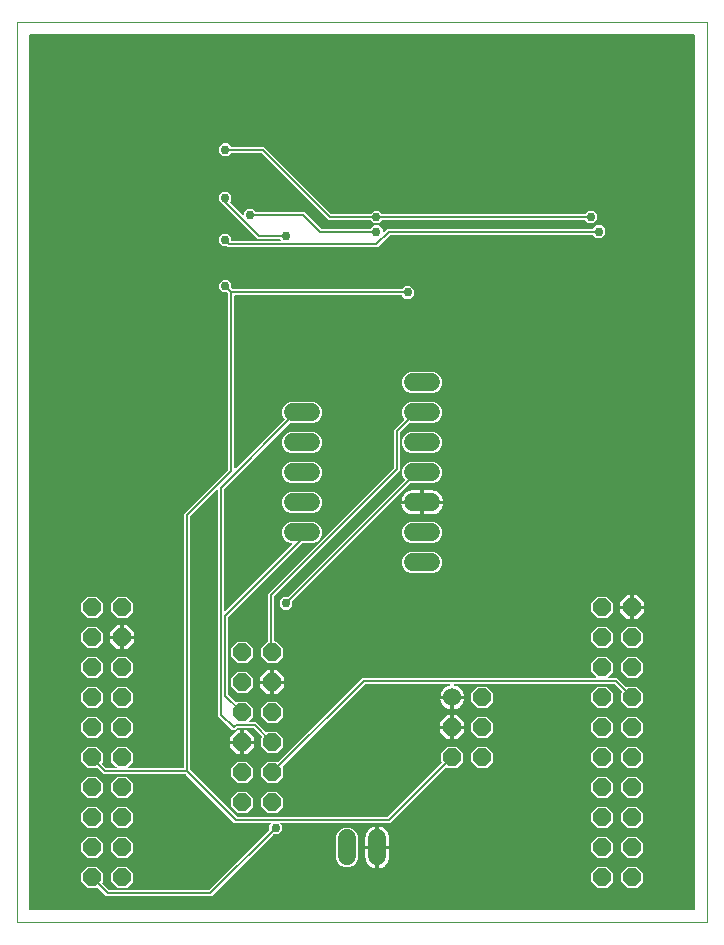
<source format=gbl>
G04 EAGLE Gerber RS-274X export*
G75*
%MOMM*%
%FSLAX34Y34*%
%LPD*%
%INBottom layer*%
%IPPOS*%
%AMOC8*
5,1,8,0,0,1.08239X$1,22.5*%
G01*
%ADD10C,0.000000*%
%ADD11P,1.649562X8X112.500000*%
%ADD12C,1.524000*%
%ADD13P,1.649562X8X292.500000*%
%ADD14C,1.524000*%
%ADD15C,0.203200*%
%ADD16C,0.756400*%

G36*
X573298Y10164D02*
X573298Y10164D01*
X573317Y10162D01*
X573419Y10184D01*
X573521Y10200D01*
X573538Y10210D01*
X573558Y10214D01*
X573647Y10267D01*
X573738Y10316D01*
X573752Y10330D01*
X573769Y10340D01*
X573836Y10419D01*
X573908Y10494D01*
X573916Y10512D01*
X573929Y10527D01*
X573968Y10623D01*
X574011Y10717D01*
X574013Y10737D01*
X574021Y10755D01*
X574039Y10922D01*
X574039Y751078D01*
X574036Y751098D01*
X574038Y751117D01*
X574016Y751219D01*
X574000Y751321D01*
X573990Y751338D01*
X573986Y751358D01*
X573933Y751447D01*
X573884Y751538D01*
X573870Y751552D01*
X573860Y751569D01*
X573781Y751636D01*
X573706Y751708D01*
X573688Y751716D01*
X573673Y751729D01*
X573577Y751768D01*
X573483Y751811D01*
X573463Y751813D01*
X573445Y751821D01*
X573278Y751839D01*
X10922Y751839D01*
X10902Y751836D01*
X10883Y751838D01*
X10781Y751816D01*
X10679Y751800D01*
X10662Y751790D01*
X10642Y751786D01*
X10553Y751733D01*
X10462Y751684D01*
X10448Y751670D01*
X10431Y751660D01*
X10364Y751581D01*
X10292Y751506D01*
X10284Y751488D01*
X10271Y751473D01*
X10232Y751377D01*
X10189Y751283D01*
X10187Y751263D01*
X10179Y751245D01*
X10161Y751078D01*
X10161Y10922D01*
X10164Y10902D01*
X10162Y10883D01*
X10184Y10781D01*
X10200Y10679D01*
X10210Y10662D01*
X10214Y10642D01*
X10267Y10553D01*
X10316Y10462D01*
X10330Y10448D01*
X10340Y10431D01*
X10419Y10364D01*
X10494Y10292D01*
X10512Y10284D01*
X10527Y10271D01*
X10623Y10232D01*
X10717Y10189D01*
X10737Y10187D01*
X10755Y10179D01*
X10922Y10161D01*
X573278Y10161D01*
X573298Y10164D01*
G37*
%LPC*%
G36*
X75402Y22351D02*
X75402Y22351D01*
X73690Y24063D01*
X68581Y29172D01*
X68565Y29183D01*
X68552Y29199D01*
X68465Y29255D01*
X68381Y29315D01*
X68362Y29321D01*
X68345Y29332D01*
X68245Y29357D01*
X68146Y29388D01*
X68126Y29387D01*
X68107Y29392D01*
X68004Y29384D01*
X67900Y29381D01*
X67882Y29375D01*
X67862Y29373D01*
X67767Y29333D01*
X67669Y29297D01*
X67654Y29284D01*
X67635Y29277D01*
X67504Y29172D01*
X67288Y28955D01*
X59712Y28955D01*
X54355Y34312D01*
X54355Y41888D01*
X59712Y47245D01*
X67288Y47245D01*
X72645Y41888D01*
X72645Y34312D01*
X72174Y33842D01*
X72163Y33825D01*
X72147Y33813D01*
X72091Y33726D01*
X72031Y33642D01*
X72025Y33623D01*
X72014Y33606D01*
X71989Y33505D01*
X71958Y33407D01*
X71959Y33387D01*
X71954Y33367D01*
X71962Y33265D01*
X71965Y33161D01*
X71971Y33142D01*
X71973Y33122D01*
X72013Y33028D01*
X72049Y32930D01*
X72062Y32914D01*
X72069Y32896D01*
X72174Y32765D01*
X77283Y27656D01*
X77357Y27603D01*
X77427Y27543D01*
X77457Y27531D01*
X77483Y27512D01*
X77570Y27485D01*
X77655Y27451D01*
X77696Y27447D01*
X77718Y27440D01*
X77750Y27441D01*
X77822Y27433D01*
X162208Y27433D01*
X162298Y27447D01*
X162389Y27455D01*
X162419Y27467D01*
X162451Y27472D01*
X162532Y27515D01*
X162616Y27551D01*
X162648Y27577D01*
X162668Y27588D01*
X162691Y27611D01*
X162747Y27656D01*
X213164Y78073D01*
X213217Y78147D01*
X213277Y78217D01*
X213289Y78247D01*
X213308Y78273D01*
X213335Y78360D01*
X213369Y78445D01*
X213373Y78486D01*
X213380Y78508D01*
X213379Y78540D01*
X213387Y78612D01*
X213387Y82208D01*
X214461Y83282D01*
X214503Y83340D01*
X214552Y83392D01*
X214574Y83439D01*
X214604Y83481D01*
X214626Y83550D01*
X214656Y83615D01*
X214661Y83667D01*
X214677Y83717D01*
X214675Y83788D01*
X214683Y83859D01*
X214672Y83910D01*
X214670Y83962D01*
X214646Y84030D01*
X214631Y84100D01*
X214604Y84145D01*
X214586Y84193D01*
X214541Y84249D01*
X214504Y84311D01*
X214465Y84345D01*
X214432Y84385D01*
X214372Y84424D01*
X214317Y84471D01*
X214269Y84490D01*
X214225Y84518D01*
X214156Y84536D01*
X214089Y84563D01*
X214018Y84571D01*
X213987Y84579D01*
X213964Y84577D01*
X213923Y84581D01*
X183860Y84581D01*
X182148Y86293D01*
X143189Y125252D01*
X143115Y125305D01*
X143045Y125365D01*
X143015Y125377D01*
X142989Y125396D01*
X142902Y125423D01*
X142817Y125457D01*
X142776Y125461D01*
X142754Y125468D01*
X142722Y125467D01*
X142650Y125475D01*
X73624Y125475D01*
X71912Y127187D01*
X68454Y130645D01*
X68438Y130656D01*
X68425Y130672D01*
X68338Y130728D01*
X68254Y130788D01*
X68235Y130794D01*
X68218Y130805D01*
X68118Y130830D01*
X68019Y130861D01*
X67999Y130860D01*
X67980Y130865D01*
X67877Y130857D01*
X67773Y130854D01*
X67755Y130848D01*
X67735Y130846D01*
X67640Y130806D01*
X67542Y130770D01*
X67527Y130757D01*
X67508Y130750D01*
X67377Y130645D01*
X67288Y130555D01*
X59712Y130555D01*
X54355Y135912D01*
X54355Y143488D01*
X59712Y148845D01*
X67288Y148845D01*
X72645Y143488D01*
X72645Y135912D01*
X72047Y135315D01*
X72036Y135298D01*
X72020Y135286D01*
X71964Y135199D01*
X71904Y135115D01*
X71898Y135096D01*
X71887Y135079D01*
X71862Y134978D01*
X71831Y134880D01*
X71832Y134860D01*
X71827Y134840D01*
X71835Y134738D01*
X71838Y134634D01*
X71844Y134615D01*
X71846Y134595D01*
X71886Y134500D01*
X71922Y134403D01*
X71935Y134387D01*
X71942Y134369D01*
X72047Y134238D01*
X75505Y130780D01*
X75579Y130727D01*
X75649Y130667D01*
X75679Y130655D01*
X75705Y130636D01*
X75792Y130609D01*
X75877Y130575D01*
X75918Y130571D01*
X75940Y130564D01*
X75972Y130565D01*
X76044Y130557D01*
X83273Y130557D01*
X83344Y130568D01*
X83415Y130570D01*
X83464Y130588D01*
X83516Y130596D01*
X83579Y130630D01*
X83646Y130655D01*
X83687Y130687D01*
X83733Y130712D01*
X83782Y130764D01*
X83838Y130808D01*
X83867Y130852D01*
X83902Y130890D01*
X83933Y130955D01*
X83971Y131015D01*
X83984Y131066D01*
X84006Y131113D01*
X84014Y131184D01*
X84031Y131254D01*
X84027Y131306D01*
X84033Y131357D01*
X84018Y131428D01*
X84012Y131499D01*
X83992Y131547D01*
X83981Y131598D01*
X83944Y131659D01*
X83916Y131725D01*
X83871Y131781D01*
X83855Y131809D01*
X83837Y131824D01*
X83811Y131856D01*
X79755Y135912D01*
X79755Y143488D01*
X85112Y148845D01*
X92688Y148845D01*
X98045Y143488D01*
X98045Y135912D01*
X93989Y131856D01*
X93947Y131798D01*
X93898Y131746D01*
X93876Y131699D01*
X93845Y131657D01*
X93824Y131588D01*
X93794Y131523D01*
X93788Y131471D01*
X93773Y131421D01*
X93775Y131350D01*
X93767Y131279D01*
X93778Y131228D01*
X93779Y131176D01*
X93804Y131108D01*
X93819Y131038D01*
X93846Y130993D01*
X93864Y130945D01*
X93909Y130889D01*
X93945Y130827D01*
X93985Y130793D01*
X94017Y130753D01*
X94078Y130714D01*
X94132Y130667D01*
X94181Y130648D01*
X94224Y130620D01*
X94294Y130602D01*
X94360Y130575D01*
X94432Y130567D01*
X94463Y130559D01*
X94486Y130561D01*
X94527Y130557D01*
X140716Y130557D01*
X140736Y130560D01*
X140755Y130558D01*
X140857Y130580D01*
X140959Y130596D01*
X140976Y130606D01*
X140996Y130610D01*
X141085Y130663D01*
X141176Y130712D01*
X141190Y130726D01*
X141207Y130736D01*
X141274Y130815D01*
X141346Y130890D01*
X141354Y130908D01*
X141367Y130923D01*
X141406Y131019D01*
X141449Y131113D01*
X141451Y131133D01*
X141459Y131151D01*
X141477Y131318D01*
X141477Y345984D01*
X178592Y383099D01*
X178645Y383173D01*
X178705Y383243D01*
X178717Y383273D01*
X178736Y383299D01*
X178763Y383386D01*
X178797Y383471D01*
X178801Y383512D01*
X178808Y383534D01*
X178807Y383566D01*
X178815Y383638D01*
X178815Y532032D01*
X178801Y532122D01*
X178793Y532213D01*
X178781Y532243D01*
X178776Y532275D01*
X178733Y532356D01*
X178697Y532440D01*
X178671Y532472D01*
X178660Y532492D01*
X178637Y532515D01*
X178592Y532571D01*
X177959Y533204D01*
X177885Y533257D01*
X177815Y533317D01*
X177785Y533329D01*
X177759Y533348D01*
X177672Y533375D01*
X177587Y533409D01*
X177546Y533413D01*
X177524Y533420D01*
X177492Y533419D01*
X177420Y533427D01*
X173824Y533427D01*
X170715Y536536D01*
X170715Y540932D01*
X173824Y544041D01*
X178220Y544041D01*
X181329Y540932D01*
X181329Y537336D01*
X181343Y537246D01*
X181351Y537155D01*
X181363Y537125D01*
X181368Y537093D01*
X181411Y537012D01*
X181447Y536928D01*
X181473Y536896D01*
X181484Y536876D01*
X181507Y536853D01*
X181552Y536797D01*
X182185Y536164D01*
X182259Y536111D01*
X182329Y536051D01*
X182359Y536039D01*
X182385Y536020D01*
X182472Y535993D01*
X182557Y535959D01*
X182598Y535955D01*
X182620Y535948D01*
X182652Y535949D01*
X182724Y535941D01*
X325429Y535941D01*
X325519Y535955D01*
X325610Y535963D01*
X325639Y535975D01*
X325671Y535980D01*
X325752Y536023D01*
X325836Y536059D01*
X325868Y536085D01*
X325889Y536096D01*
X325911Y536119D01*
X325967Y536164D01*
X328510Y538707D01*
X332906Y538707D01*
X336015Y535598D01*
X336015Y531202D01*
X332906Y528093D01*
X328510Y528093D01*
X325967Y530636D01*
X325893Y530689D01*
X325823Y530749D01*
X325793Y530761D01*
X325767Y530780D01*
X325680Y530807D01*
X325595Y530841D01*
X325554Y530845D01*
X325532Y530852D01*
X325500Y530851D01*
X325429Y530859D01*
X184658Y530859D01*
X184638Y530856D01*
X184619Y530858D01*
X184517Y530836D01*
X184415Y530820D01*
X184398Y530810D01*
X184378Y530806D01*
X184289Y530753D01*
X184198Y530704D01*
X184184Y530690D01*
X184167Y530680D01*
X184100Y530601D01*
X184028Y530526D01*
X184020Y530508D01*
X184007Y530493D01*
X183968Y530397D01*
X183925Y530303D01*
X183923Y530283D01*
X183915Y530265D01*
X183897Y530098D01*
X183897Y384908D01*
X183908Y384837D01*
X183910Y384765D01*
X183928Y384716D01*
X183936Y384665D01*
X183970Y384602D01*
X183995Y384534D01*
X184027Y384493D01*
X184052Y384448D01*
X184103Y384398D01*
X184148Y384342D01*
X184192Y384314D01*
X184230Y384278D01*
X184295Y384248D01*
X184355Y384209D01*
X184406Y384196D01*
X184453Y384175D01*
X184524Y384167D01*
X184594Y384149D01*
X184646Y384153D01*
X184697Y384147D01*
X184768Y384163D01*
X184839Y384168D01*
X184887Y384189D01*
X184938Y384200D01*
X184999Y384237D01*
X185065Y384265D01*
X185121Y384309D01*
X185149Y384326D01*
X185164Y384344D01*
X185196Y384369D01*
X226149Y425322D01*
X226160Y425338D01*
X226176Y425351D01*
X226232Y425438D01*
X226292Y425522D01*
X226298Y425541D01*
X226309Y425558D01*
X226334Y425658D01*
X226365Y425757D01*
X226364Y425777D01*
X226369Y425796D01*
X226361Y425899D01*
X226358Y426003D01*
X226352Y426021D01*
X226350Y426041D01*
X226310Y426136D01*
X226274Y426234D01*
X226261Y426249D01*
X226254Y426268D01*
X226149Y426399D01*
X225927Y426620D01*
X224535Y429981D01*
X224535Y433619D01*
X225927Y436980D01*
X228500Y439553D01*
X231861Y440945D01*
X250739Y440945D01*
X254100Y439553D01*
X256673Y436980D01*
X258065Y433619D01*
X258065Y429981D01*
X256673Y426620D01*
X254100Y424047D01*
X250739Y422655D01*
X231861Y422655D01*
X231488Y422810D01*
X231374Y422837D01*
X231261Y422865D01*
X231254Y422865D01*
X231248Y422866D01*
X231132Y422855D01*
X231015Y422846D01*
X231010Y422844D01*
X231003Y422843D01*
X230896Y422795D01*
X230789Y422750D01*
X230783Y422745D01*
X230779Y422743D01*
X230765Y422730D01*
X230658Y422645D01*
X175230Y367217D01*
X175177Y367143D01*
X175117Y367073D01*
X175105Y367043D01*
X175086Y367017D01*
X175059Y366930D01*
X175025Y366845D01*
X175021Y366804D01*
X175014Y366782D01*
X175015Y366750D01*
X175007Y366678D01*
X175007Y264004D01*
X175018Y263933D01*
X175020Y263861D01*
X175038Y263812D01*
X175046Y263761D01*
X175080Y263698D01*
X175105Y263630D01*
X175137Y263589D01*
X175162Y263544D01*
X175213Y263494D01*
X175258Y263438D01*
X175302Y263410D01*
X175340Y263374D01*
X175405Y263344D01*
X175465Y263305D01*
X175516Y263292D01*
X175563Y263271D01*
X175634Y263263D01*
X175704Y263245D01*
X175756Y263249D01*
X175807Y263243D01*
X175878Y263259D01*
X175949Y263264D01*
X175997Y263285D01*
X176048Y263296D01*
X176109Y263333D01*
X176175Y263361D01*
X176231Y263405D01*
X176259Y263422D01*
X176274Y263440D01*
X176306Y263465D01*
X232597Y319756D01*
X232638Y319814D01*
X232688Y319866D01*
X232710Y319913D01*
X232740Y319955D01*
X232761Y320024D01*
X232791Y320089D01*
X232797Y320141D01*
X232813Y320191D01*
X232811Y320262D01*
X232819Y320333D01*
X232807Y320384D01*
X232806Y320436D01*
X232782Y320504D01*
X232766Y320574D01*
X232740Y320618D01*
X232722Y320667D01*
X232677Y320723D01*
X232640Y320785D01*
X232601Y320819D01*
X232568Y320859D01*
X232508Y320898D01*
X232453Y320945D01*
X232405Y320964D01*
X232361Y320992D01*
X232292Y321010D01*
X232225Y321037D01*
X232154Y321045D01*
X232123Y321053D01*
X232099Y321051D01*
X232058Y321055D01*
X231861Y321055D01*
X228500Y322447D01*
X225927Y325020D01*
X224535Y328381D01*
X224535Y332019D01*
X225927Y335380D01*
X228500Y337953D01*
X231861Y339345D01*
X250739Y339345D01*
X254100Y337953D01*
X256673Y335380D01*
X258065Y332019D01*
X258065Y328381D01*
X256673Y325020D01*
X254100Y322447D01*
X250739Y321055D01*
X241398Y321055D01*
X241308Y321041D01*
X241217Y321033D01*
X241187Y321021D01*
X241155Y321016D01*
X241074Y320973D01*
X240990Y320937D01*
X240958Y320911D01*
X240938Y320900D01*
X240915Y320877D01*
X240859Y320832D01*
X178786Y258759D01*
X178733Y258685D01*
X178673Y258615D01*
X178661Y258585D01*
X178642Y258559D01*
X178615Y258472D01*
X178581Y258387D01*
X178577Y258346D01*
X178570Y258324D01*
X178571Y258292D01*
X178563Y258220D01*
X178563Y193392D01*
X178577Y193302D01*
X178585Y193211D01*
X178597Y193181D01*
X178602Y193149D01*
X178645Y193068D01*
X178681Y192984D01*
X178707Y192952D01*
X178718Y192932D01*
X178741Y192909D01*
X178786Y192853D01*
X185165Y186474D01*
X185181Y186463D01*
X185194Y186447D01*
X185281Y186391D01*
X185365Y186331D01*
X185384Y186325D01*
X185401Y186314D01*
X185501Y186289D01*
X185600Y186258D01*
X185620Y186259D01*
X185639Y186254D01*
X185742Y186262D01*
X185846Y186265D01*
X185864Y186271D01*
X185884Y186273D01*
X185979Y186313D01*
X186077Y186349D01*
X186092Y186362D01*
X186111Y186369D01*
X186242Y186474D01*
X186712Y186945D01*
X194288Y186945D01*
X199645Y181588D01*
X199645Y174012D01*
X196605Y170972D01*
X196563Y170914D01*
X196514Y170862D01*
X196492Y170815D01*
X196461Y170773D01*
X196440Y170704D01*
X196410Y170639D01*
X196404Y170587D01*
X196389Y170537D01*
X196391Y170466D01*
X196383Y170395D01*
X196394Y170344D01*
X196395Y170292D01*
X196420Y170224D01*
X196435Y170154D01*
X196462Y170109D01*
X196480Y170061D01*
X196525Y170005D01*
X196561Y169943D01*
X196601Y169909D01*
X196633Y169869D01*
X196694Y169830D01*
X196748Y169783D01*
X196797Y169764D01*
X196840Y169736D01*
X196910Y169718D01*
X196976Y169691D01*
X197048Y169683D01*
X197079Y169675D01*
X197102Y169677D01*
X197143Y169673D01*
X201966Y169673D01*
X210565Y161074D01*
X210581Y161063D01*
X210594Y161047D01*
X210681Y160991D01*
X210765Y160931D01*
X210784Y160925D01*
X210801Y160914D01*
X210901Y160889D01*
X211000Y160858D01*
X211020Y160859D01*
X211039Y160854D01*
X211142Y160862D01*
X211246Y160865D01*
X211265Y160871D01*
X211284Y160873D01*
X211379Y160913D01*
X211477Y160949D01*
X211492Y160962D01*
X211511Y160969D01*
X211642Y161074D01*
X212112Y161545D01*
X219688Y161545D01*
X225045Y156188D01*
X225045Y148612D01*
X219688Y143255D01*
X212112Y143255D01*
X206755Y148612D01*
X206755Y156188D01*
X206972Y156404D01*
X206984Y156421D01*
X206999Y156433D01*
X207055Y156520D01*
X207115Y156604D01*
X207121Y156623D01*
X207132Y156640D01*
X207157Y156740D01*
X207188Y156839D01*
X207187Y156859D01*
X207192Y156878D01*
X207184Y156981D01*
X207181Y157085D01*
X207175Y157104D01*
X207173Y157124D01*
X207133Y157219D01*
X207097Y157316D01*
X207084Y157332D01*
X207077Y157350D01*
X206972Y157481D01*
X200085Y164368D01*
X200011Y164421D01*
X199941Y164481D01*
X199911Y164493D01*
X199885Y164512D01*
X199798Y164539D01*
X199713Y164573D01*
X199672Y164577D01*
X199650Y164584D01*
X199618Y164583D01*
X199546Y164591D01*
X186280Y164591D01*
X186190Y164577D01*
X186099Y164569D01*
X186069Y164557D01*
X186037Y164552D01*
X185956Y164509D01*
X185872Y164473D01*
X185840Y164447D01*
X185820Y164436D01*
X185797Y164413D01*
X185741Y164368D01*
X184186Y162813D01*
X182082Y162813D01*
X169925Y174970D01*
X169925Y365408D01*
X169914Y365479D01*
X169912Y365551D01*
X169894Y365600D01*
X169886Y365651D01*
X169852Y365714D01*
X169827Y365782D01*
X169795Y365822D01*
X169770Y365868D01*
X169718Y365918D01*
X169674Y365974D01*
X169630Y366002D01*
X169592Y366038D01*
X169527Y366068D01*
X169467Y366107D01*
X169416Y366120D01*
X169369Y366141D01*
X169298Y366149D01*
X169228Y366167D01*
X169176Y366163D01*
X169125Y366169D01*
X169054Y366153D01*
X168983Y366148D01*
X168935Y366127D01*
X168884Y366116D01*
X168823Y366079D01*
X168757Y366051D01*
X168701Y366007D01*
X168673Y365990D01*
X168658Y365972D01*
X168626Y365947D01*
X146782Y344103D01*
X146736Y344039D01*
X146714Y344016D01*
X146710Y344007D01*
X146669Y343959D01*
X146657Y343929D01*
X146638Y343903D01*
X146611Y343816D01*
X146577Y343731D01*
X146573Y343690D01*
X146566Y343668D01*
X146567Y343636D01*
X146559Y343564D01*
X146559Y129384D01*
X146573Y129294D01*
X146581Y129203D01*
X146593Y129173D01*
X146598Y129141D01*
X146641Y129060D01*
X146677Y128976D01*
X146703Y128944D01*
X146714Y128924D01*
X146737Y128901D01*
X146782Y128845D01*
X185741Y89886D01*
X185815Y89833D01*
X185885Y89773D01*
X185915Y89761D01*
X185941Y89742D01*
X186028Y89715D01*
X186113Y89681D01*
X186154Y89677D01*
X186176Y89670D01*
X186208Y89671D01*
X186280Y89663D01*
X313338Y89663D01*
X313428Y89677D01*
X313519Y89685D01*
X313549Y89697D01*
X313581Y89702D01*
X313662Y89745D01*
X313746Y89781D01*
X313778Y89807D01*
X313798Y89818D01*
X313821Y89841D01*
X313877Y89886D01*
X358991Y135000D01*
X359002Y135016D01*
X359018Y135029D01*
X359074Y135116D01*
X359134Y135200D01*
X359140Y135219D01*
X359151Y135236D01*
X359176Y135336D01*
X359207Y135435D01*
X359206Y135455D01*
X359211Y135474D01*
X359203Y135577D01*
X359200Y135681D01*
X359194Y135699D01*
X359192Y135719D01*
X359155Y135806D01*
X359155Y143488D01*
X364512Y148845D01*
X372088Y148845D01*
X377445Y143488D01*
X377445Y135912D01*
X372088Y130555D01*
X364512Y130555D01*
X363661Y131407D01*
X363644Y131418D01*
X363632Y131434D01*
X363545Y131490D01*
X363461Y131550D01*
X363442Y131556D01*
X363425Y131567D01*
X363324Y131592D01*
X363226Y131623D01*
X363206Y131622D01*
X363186Y131627D01*
X363084Y131619D01*
X362980Y131616D01*
X362961Y131610D01*
X362941Y131608D01*
X362847Y131568D01*
X362749Y131532D01*
X362733Y131519D01*
X362715Y131512D01*
X362584Y131407D01*
X315758Y84581D01*
X223465Y84581D01*
X223395Y84570D01*
X223323Y84568D01*
X223274Y84550D01*
X223223Y84542D01*
X223159Y84508D01*
X223092Y84483D01*
X223051Y84451D01*
X223005Y84426D01*
X222956Y84374D01*
X222900Y84330D01*
X222872Y84286D01*
X222836Y84248D01*
X222806Y84183D01*
X222767Y84123D01*
X222754Y84072D01*
X222732Y84025D01*
X222724Y83954D01*
X222707Y83884D01*
X222711Y83832D01*
X222705Y83781D01*
X222720Y83710D01*
X222726Y83639D01*
X222746Y83591D01*
X222757Y83540D01*
X222794Y83479D01*
X222822Y83413D01*
X222867Y83357D01*
X222884Y83329D01*
X222901Y83314D01*
X222927Y83282D01*
X224001Y82208D01*
X224001Y77812D01*
X220892Y74703D01*
X217296Y74703D01*
X217206Y74689D01*
X217115Y74681D01*
X217085Y74669D01*
X217053Y74664D01*
X216972Y74621D01*
X216888Y74585D01*
X216856Y74559D01*
X216836Y74548D01*
X216813Y74525D01*
X216757Y74480D01*
X164628Y22351D01*
X75402Y22351D01*
G37*
%LPD*%
%LPC*%
G36*
X178526Y571753D02*
X178526Y571753D01*
X177959Y572320D01*
X177885Y572373D01*
X177815Y572433D01*
X177785Y572445D01*
X177759Y572464D01*
X177672Y572491D01*
X177587Y572525D01*
X177546Y572529D01*
X177524Y572536D01*
X177492Y572535D01*
X177420Y572543D01*
X173824Y572543D01*
X170715Y575652D01*
X170715Y580048D01*
X173824Y583157D01*
X178220Y583157D01*
X181329Y580048D01*
X181329Y577596D01*
X181332Y577576D01*
X181330Y577557D01*
X181352Y577455D01*
X181368Y577353D01*
X181378Y577336D01*
X181382Y577316D01*
X181435Y577227D01*
X181484Y577136D01*
X181498Y577122D01*
X181508Y577105D01*
X181587Y577038D01*
X181662Y576966D01*
X181680Y576958D01*
X181695Y576945D01*
X181791Y576906D01*
X181885Y576863D01*
X181905Y576861D01*
X181923Y576853D01*
X182090Y576835D01*
X222813Y576835D01*
X222883Y576846D01*
X222955Y576848D01*
X223004Y576866D01*
X223055Y576874D01*
X223119Y576908D01*
X223186Y576933D01*
X223227Y576965D01*
X223273Y576990D01*
X223322Y577042D01*
X223378Y577086D01*
X223406Y577130D01*
X223442Y577168D01*
X223472Y577233D01*
X223511Y577293D01*
X223524Y577344D01*
X223546Y577391D01*
X223554Y577462D01*
X223571Y577532D01*
X223567Y577584D01*
X223573Y577635D01*
X223558Y577706D01*
X223552Y577777D01*
X223532Y577825D01*
X223521Y577876D01*
X223484Y577937D01*
X223456Y578003D01*
X223411Y578059D01*
X223394Y578087D01*
X223377Y578102D01*
X223351Y578134D01*
X222843Y578642D01*
X222769Y578696D01*
X222699Y578755D01*
X222669Y578767D01*
X222643Y578786D01*
X222556Y578813D01*
X222471Y578847D01*
X222430Y578851D01*
X222408Y578858D01*
X222376Y578857D01*
X222305Y578865D01*
X203418Y578865D01*
X174403Y607880D01*
X174329Y607933D01*
X174259Y607993D01*
X174229Y608005D01*
X174203Y608024D01*
X174116Y608051D01*
X174031Y608085D01*
X173990Y608089D01*
X173968Y608096D01*
X173936Y608095D01*
X173864Y608103D01*
X173824Y608103D01*
X170715Y611212D01*
X170715Y615608D01*
X173824Y618717D01*
X178220Y618717D01*
X181329Y615608D01*
X181329Y611212D01*
X180331Y610214D01*
X180320Y610198D01*
X180304Y610186D01*
X180248Y610099D01*
X180188Y610015D01*
X180182Y609996D01*
X180171Y609979D01*
X180146Y609878D01*
X180115Y609780D01*
X180116Y609760D01*
X180111Y609740D01*
X180119Y609637D01*
X180122Y609534D01*
X180129Y609515D01*
X180130Y609495D01*
X180171Y609400D01*
X180206Y609303D01*
X180219Y609287D01*
X180226Y609269D01*
X180331Y609138D01*
X190752Y598717D01*
X190810Y598676D01*
X190862Y598626D01*
X190909Y598604D01*
X190951Y598574D01*
X191020Y598553D01*
X191085Y598523D01*
X191137Y598517D01*
X191187Y598501D01*
X191258Y598503D01*
X191329Y598495D01*
X191380Y598507D01*
X191432Y598508D01*
X191500Y598532D01*
X191570Y598548D01*
X191614Y598574D01*
X191663Y598592D01*
X191719Y598637D01*
X191781Y598674D01*
X191815Y598713D01*
X191855Y598746D01*
X191894Y598806D01*
X191941Y598861D01*
X191960Y598909D01*
X191988Y598953D01*
X192006Y599022D01*
X192033Y599089D01*
X192041Y599160D01*
X192049Y599191D01*
X192047Y599215D01*
X192051Y599256D01*
X192051Y601384D01*
X195160Y604493D01*
X199556Y604493D01*
X202099Y601950D01*
X202173Y601897D01*
X202243Y601837D01*
X202273Y601825D01*
X202299Y601806D01*
X202386Y601779D01*
X202471Y601745D01*
X202512Y601741D01*
X202534Y601734D01*
X202566Y601735D01*
X202637Y601727D01*
X242860Y601727D01*
X256861Y587726D01*
X256935Y587673D01*
X257005Y587613D01*
X257035Y587601D01*
X257061Y587582D01*
X257148Y587555D01*
X257233Y587521D01*
X257274Y587517D01*
X257296Y587510D01*
X257328Y587511D01*
X257400Y587503D01*
X298759Y587503D01*
X298849Y587517D01*
X298940Y587525D01*
X298969Y587537D01*
X299001Y587542D01*
X299082Y587585D01*
X299166Y587621D01*
X299198Y587647D01*
X299219Y587658D01*
X299241Y587681D01*
X299297Y587726D01*
X301840Y590269D01*
X306236Y590269D01*
X309345Y587160D01*
X309345Y585032D01*
X309356Y584961D01*
X309358Y584889D01*
X309376Y584840D01*
X309384Y584789D01*
X309418Y584726D01*
X309443Y584658D01*
X309475Y584618D01*
X309500Y584572D01*
X309552Y584522D01*
X309596Y584466D01*
X309640Y584438D01*
X309678Y584402D01*
X309743Y584372D01*
X309803Y584333D01*
X309854Y584320D01*
X309901Y584299D01*
X309972Y584291D01*
X310042Y584273D01*
X310094Y584277D01*
X310145Y584271D01*
X310216Y584287D01*
X310287Y584292D01*
X310335Y584313D01*
X310386Y584324D01*
X310447Y584361D01*
X310513Y584389D01*
X310569Y584433D01*
X310597Y584450D01*
X310612Y584468D01*
X310644Y584493D01*
X313654Y587503D01*
X487227Y587503D01*
X487317Y587517D01*
X487408Y587525D01*
X487437Y587537D01*
X487469Y587542D01*
X487550Y587585D01*
X487634Y587621D01*
X487666Y587647D01*
X487687Y587658D01*
X487709Y587681D01*
X487765Y587726D01*
X490308Y590269D01*
X494704Y590269D01*
X497813Y587160D01*
X497813Y582764D01*
X494704Y579655D01*
X490308Y579655D01*
X487765Y582198D01*
X487691Y582251D01*
X487621Y582311D01*
X487591Y582323D01*
X487565Y582342D01*
X487478Y582369D01*
X487393Y582403D01*
X487352Y582407D01*
X487330Y582414D01*
X487298Y582413D01*
X487227Y582421D01*
X316074Y582421D01*
X315984Y582407D01*
X315893Y582399D01*
X315863Y582387D01*
X315831Y582382D01*
X315750Y582339D01*
X315666Y582303D01*
X315634Y582277D01*
X315614Y582266D01*
X315591Y582243D01*
X315535Y582198D01*
X305090Y571753D01*
X178526Y571753D01*
G37*
%LPD*%
%LPC*%
G36*
X212112Y117855D02*
X212112Y117855D01*
X206755Y123212D01*
X206755Y130788D01*
X212112Y136145D01*
X219688Y136145D01*
X220031Y135801D01*
X220048Y135790D01*
X220060Y135774D01*
X220147Y135718D01*
X220231Y135658D01*
X220250Y135652D01*
X220267Y135641D01*
X220368Y135616D01*
X220466Y135585D01*
X220486Y135586D01*
X220506Y135581D01*
X220608Y135589D01*
X220712Y135592D01*
X220731Y135598D01*
X220751Y135600D01*
X220845Y135640D01*
X220943Y135676D01*
X220959Y135689D01*
X220977Y135696D01*
X221108Y135801D01*
X290606Y205299D01*
X292318Y207011D01*
X489419Y207011D01*
X489490Y207022D01*
X489561Y207024D01*
X489610Y207042D01*
X489662Y207050D01*
X489725Y207084D01*
X489792Y207109D01*
X489833Y207141D01*
X489879Y207166D01*
X489928Y207218D01*
X489984Y207262D01*
X490013Y207306D01*
X490048Y207344D01*
X490079Y207409D01*
X490117Y207469D01*
X490130Y207520D01*
X490152Y207567D01*
X490160Y207638D01*
X490177Y207708D01*
X490173Y207760D01*
X490179Y207811D01*
X490164Y207882D01*
X490158Y207953D01*
X490138Y208001D01*
X490127Y208052D01*
X490090Y208113D01*
X490062Y208179D01*
X490017Y208235D01*
X490001Y208263D01*
X489983Y208278D01*
X489957Y208310D01*
X486155Y212112D01*
X486155Y219688D01*
X491512Y225045D01*
X499088Y225045D01*
X504445Y219688D01*
X504445Y212112D01*
X500643Y208310D01*
X500601Y208252D01*
X500552Y208200D01*
X500530Y208153D01*
X500499Y208111D01*
X500478Y208042D01*
X500448Y207977D01*
X500442Y207925D01*
X500427Y207875D01*
X500429Y207804D01*
X500421Y207733D01*
X500432Y207682D01*
X500433Y207630D01*
X500458Y207562D01*
X500473Y207492D01*
X500500Y207447D01*
X500518Y207399D01*
X500563Y207343D01*
X500599Y207281D01*
X500639Y207247D01*
X500671Y207207D01*
X500732Y207168D01*
X500786Y207121D01*
X500835Y207102D01*
X500878Y207074D01*
X500948Y207056D01*
X501014Y207029D01*
X501086Y207021D01*
X501117Y207013D01*
X501140Y207015D01*
X501181Y207011D01*
X507782Y207011D01*
X515492Y199301D01*
X515508Y199290D01*
X515521Y199274D01*
X515608Y199218D01*
X515692Y199158D01*
X515711Y199152D01*
X515728Y199141D01*
X515828Y199116D01*
X515927Y199085D01*
X515947Y199086D01*
X515966Y199081D01*
X516069Y199089D01*
X516173Y199092D01*
X516191Y199098D01*
X516211Y199100D01*
X516306Y199140D01*
X516404Y199176D01*
X516419Y199189D01*
X516438Y199196D01*
X516569Y199301D01*
X516912Y199645D01*
X524488Y199645D01*
X529845Y194288D01*
X529845Y186712D01*
X524488Y181355D01*
X516912Y181355D01*
X511555Y186712D01*
X511555Y194288D01*
X511899Y194631D01*
X511910Y194648D01*
X511926Y194660D01*
X511957Y194708D01*
X511965Y194716D01*
X511972Y194731D01*
X511982Y194747D01*
X512042Y194831D01*
X512048Y194850D01*
X512059Y194867D01*
X512084Y194968D01*
X512115Y195066D01*
X512114Y195086D01*
X512119Y195106D01*
X512111Y195208D01*
X512108Y195312D01*
X512102Y195331D01*
X512100Y195351D01*
X512060Y195445D01*
X512024Y195543D01*
X512011Y195559D01*
X512004Y195577D01*
X511899Y195708D01*
X505901Y201706D01*
X505827Y201759D01*
X505757Y201819D01*
X505727Y201831D01*
X505701Y201850D01*
X505614Y201877D01*
X505529Y201911D01*
X505488Y201915D01*
X505466Y201922D01*
X505434Y201921D01*
X505362Y201929D01*
X370763Y201929D01*
X370700Y201919D01*
X370636Y201919D01*
X370579Y201899D01*
X370520Y201890D01*
X370464Y201860D01*
X370403Y201839D01*
X370356Y201802D01*
X370303Y201774D01*
X370259Y201728D01*
X370208Y201689D01*
X370175Y201639D01*
X370133Y201596D01*
X370106Y201538D01*
X370071Y201485D01*
X370055Y201427D01*
X370030Y201373D01*
X370023Y201309D01*
X370006Y201248D01*
X370009Y201188D01*
X370003Y201129D01*
X370016Y201066D01*
X370020Y201002D01*
X370042Y200947D01*
X370055Y200888D01*
X370088Y200833D01*
X370112Y200774D01*
X370150Y200728D01*
X370181Y200677D01*
X370230Y200636D01*
X370271Y200587D01*
X370323Y200556D01*
X370368Y200517D01*
X370427Y200493D01*
X370482Y200460D01*
X370566Y200438D01*
X370596Y200425D01*
X370621Y200423D01*
X370644Y200416D01*
X370679Y200411D01*
X372200Y199916D01*
X373625Y199190D01*
X374919Y198250D01*
X376050Y197119D01*
X376990Y195825D01*
X377716Y194400D01*
X378211Y192879D01*
X378346Y192023D01*
X369062Y192023D01*
X369042Y192020D01*
X369023Y192022D01*
X368921Y192000D01*
X368819Y191983D01*
X368802Y191974D01*
X368782Y191970D01*
X368693Y191917D01*
X368602Y191868D01*
X368588Y191854D01*
X368571Y191844D01*
X368504Y191765D01*
X368433Y191690D01*
X368424Y191672D01*
X368411Y191657D01*
X368373Y191561D01*
X368329Y191467D01*
X368327Y191447D01*
X368319Y191429D01*
X368301Y191262D01*
X368301Y190499D01*
X368299Y190499D01*
X368299Y191262D01*
X368296Y191282D01*
X368298Y191301D01*
X368276Y191403D01*
X368259Y191505D01*
X368250Y191522D01*
X368246Y191542D01*
X368193Y191631D01*
X368144Y191722D01*
X368130Y191736D01*
X368120Y191753D01*
X368041Y191820D01*
X367966Y191891D01*
X367948Y191900D01*
X367933Y191913D01*
X367837Y191952D01*
X367743Y191995D01*
X367723Y191997D01*
X367705Y192005D01*
X367538Y192023D01*
X358254Y192023D01*
X358389Y192879D01*
X358884Y194400D01*
X359610Y195825D01*
X360550Y197119D01*
X361681Y198250D01*
X362975Y199190D01*
X364400Y199916D01*
X365921Y200411D01*
X365956Y200416D01*
X366017Y200436D01*
X366080Y200447D01*
X366133Y200474D01*
X366190Y200493D01*
X366241Y200532D01*
X366297Y200562D01*
X366338Y200605D01*
X366386Y200641D01*
X366423Y200694D01*
X366467Y200740D01*
X366492Y200794D01*
X366526Y200844D01*
X366543Y200905D01*
X366570Y200963D01*
X366577Y201022D01*
X366593Y201080D01*
X366590Y201144D01*
X366597Y201207D01*
X366585Y201266D01*
X366582Y201326D01*
X366559Y201385D01*
X366545Y201448D01*
X366514Y201499D01*
X366493Y201555D01*
X366452Y201604D01*
X366419Y201659D01*
X366373Y201698D01*
X366335Y201744D01*
X366281Y201777D01*
X366232Y201819D01*
X366176Y201841D01*
X366125Y201873D01*
X366063Y201887D01*
X366004Y201911D01*
X365918Y201920D01*
X365886Y201928D01*
X365861Y201927D01*
X365837Y201929D01*
X294738Y201929D01*
X294648Y201915D01*
X294557Y201907D01*
X294527Y201895D01*
X294495Y201890D01*
X294414Y201847D01*
X294330Y201811D01*
X294298Y201785D01*
X294278Y201774D01*
X294255Y201751D01*
X294199Y201706D01*
X224701Y132208D01*
X224690Y132192D01*
X224674Y132179D01*
X224618Y132092D01*
X224558Y132008D01*
X224552Y131989D01*
X224541Y131972D01*
X224516Y131872D01*
X224485Y131773D01*
X224486Y131753D01*
X224481Y131734D01*
X224489Y131631D01*
X224492Y131527D01*
X224498Y131509D01*
X224500Y131489D01*
X224540Y131394D01*
X224576Y131296D01*
X224589Y131281D01*
X224596Y131262D01*
X224701Y131131D01*
X225045Y130788D01*
X225045Y123212D01*
X219688Y117855D01*
X212112Y117855D01*
G37*
%LPD*%
%LPC*%
G36*
X212112Y219455D02*
X212112Y219455D01*
X206755Y224812D01*
X206755Y232388D01*
X212234Y237867D01*
X212296Y237900D01*
X212310Y237914D01*
X212327Y237924D01*
X212394Y238003D01*
X212466Y238078D01*
X212474Y238096D01*
X212487Y238111D01*
X212526Y238207D01*
X212569Y238301D01*
X212571Y238321D01*
X212579Y238339D01*
X212597Y238506D01*
X212597Y278420D01*
X319054Y384877D01*
X319107Y384951D01*
X319167Y385021D01*
X319179Y385051D01*
X319198Y385077D01*
X319225Y385164D01*
X319259Y385249D01*
X319263Y385290D01*
X319270Y385312D01*
X319269Y385344D01*
X319277Y385416D01*
X319277Y417104D01*
X327622Y425449D01*
X327633Y425465D01*
X327649Y425478D01*
X327705Y425565D01*
X327765Y425649D01*
X327771Y425668D01*
X327782Y425685D01*
X327807Y425785D01*
X327838Y425884D01*
X327837Y425904D01*
X327842Y425923D01*
X327834Y426026D01*
X327831Y426130D01*
X327825Y426148D01*
X327823Y426168D01*
X327783Y426263D01*
X327747Y426361D01*
X327734Y426376D01*
X327727Y426395D01*
X327622Y426526D01*
X327527Y426620D01*
X326135Y429981D01*
X326135Y433619D01*
X327527Y436980D01*
X330100Y439553D01*
X333461Y440945D01*
X352339Y440945D01*
X355700Y439553D01*
X358273Y436980D01*
X359665Y433619D01*
X359665Y429981D01*
X358273Y426620D01*
X355700Y424047D01*
X352339Y422655D01*
X333461Y422655D01*
X332908Y422884D01*
X332794Y422911D01*
X332681Y422940D01*
X332675Y422939D01*
X332669Y422940D01*
X332552Y422930D01*
X332436Y422920D01*
X332430Y422918D01*
X332424Y422917D01*
X332317Y422870D01*
X332209Y422824D01*
X332204Y422819D01*
X332199Y422817D01*
X332185Y422805D01*
X332078Y422719D01*
X324582Y415223D01*
X324529Y415149D01*
X324469Y415079D01*
X324457Y415049D01*
X324438Y415023D01*
X324411Y414936D01*
X324377Y414851D01*
X324373Y414810D01*
X324366Y414788D01*
X324367Y414756D01*
X324359Y414684D01*
X324359Y382996D01*
X217902Y276539D01*
X217849Y276465D01*
X217789Y276395D01*
X217777Y276365D01*
X217758Y276339D01*
X217731Y276252D01*
X217697Y276167D01*
X217693Y276126D01*
X217686Y276104D01*
X217687Y276072D01*
X217679Y276000D01*
X217679Y238506D01*
X217680Y238498D01*
X217680Y238496D01*
X217682Y238486D01*
X217680Y238467D01*
X217702Y238365D01*
X217718Y238263D01*
X217728Y238246D01*
X217732Y238226D01*
X217785Y238137D01*
X217834Y238046D01*
X217848Y238032D01*
X217858Y238015D01*
X217937Y237948D01*
X218012Y237876D01*
X218030Y237868D01*
X218045Y237855D01*
X218141Y237816D01*
X218235Y237773D01*
X218255Y237771D01*
X218273Y237763D01*
X218440Y237745D01*
X219688Y237745D01*
X225045Y232388D01*
X225045Y224812D01*
X219688Y219455D01*
X212112Y219455D01*
G37*
%LPD*%
%LPC*%
G36*
X301840Y592101D02*
X301840Y592101D01*
X299297Y594644D01*
X299223Y594697D01*
X299153Y594757D01*
X299123Y594769D01*
X299097Y594788D01*
X299010Y594815D01*
X298925Y594849D01*
X298884Y594853D01*
X298862Y594860D01*
X298830Y594859D01*
X298759Y594867D01*
X263870Y594867D01*
X207197Y651540D01*
X207123Y651593D01*
X207053Y651653D01*
X207023Y651665D01*
X206997Y651684D01*
X206910Y651711D01*
X206825Y651745D01*
X206784Y651749D01*
X206762Y651756D01*
X206730Y651755D01*
X206658Y651763D01*
X181301Y651763D01*
X181211Y651749D01*
X181120Y651741D01*
X181091Y651729D01*
X181059Y651724D01*
X180978Y651681D01*
X180894Y651645D01*
X180862Y651619D01*
X180841Y651608D01*
X180819Y651585D01*
X180763Y651540D01*
X178220Y648997D01*
X173824Y648997D01*
X170715Y652106D01*
X170715Y656502D01*
X173824Y659611D01*
X178220Y659611D01*
X180763Y657068D01*
X180837Y657015D01*
X180907Y656955D01*
X180937Y656943D01*
X180963Y656924D01*
X181050Y656897D01*
X181135Y656863D01*
X181176Y656859D01*
X181198Y656852D01*
X181230Y656853D01*
X181301Y656845D01*
X209078Y656845D01*
X265751Y600172D01*
X265825Y600119D01*
X265895Y600059D01*
X265925Y600047D01*
X265951Y600028D01*
X266038Y600001D01*
X266123Y599967D01*
X266164Y599963D01*
X266186Y599956D01*
X266218Y599957D01*
X266290Y599949D01*
X298759Y599949D01*
X298849Y599963D01*
X298940Y599971D01*
X298969Y599983D01*
X299001Y599988D01*
X299082Y600031D01*
X299166Y600067D01*
X299198Y600093D01*
X299219Y600104D01*
X299241Y600127D01*
X299297Y600172D01*
X301840Y602715D01*
X306236Y602715D01*
X308779Y600172D01*
X308853Y600119D01*
X308923Y600059D01*
X308953Y600047D01*
X308979Y600028D01*
X309066Y600001D01*
X309151Y599967D01*
X309192Y599963D01*
X309214Y599956D01*
X309246Y599957D01*
X309317Y599949D01*
X480115Y599949D01*
X480205Y599963D01*
X480296Y599971D01*
X480325Y599983D01*
X480357Y599988D01*
X480438Y600031D01*
X480522Y600067D01*
X480554Y600093D01*
X480575Y600104D01*
X480597Y600127D01*
X480653Y600172D01*
X483196Y602715D01*
X487592Y602715D01*
X490701Y599606D01*
X490701Y595210D01*
X487592Y592101D01*
X483196Y592101D01*
X480653Y594644D01*
X480579Y594697D01*
X480509Y594757D01*
X480479Y594769D01*
X480453Y594788D01*
X480366Y594815D01*
X480281Y594849D01*
X480240Y594853D01*
X480218Y594860D01*
X480186Y594859D01*
X480115Y594867D01*
X309317Y594867D01*
X309227Y594853D01*
X309136Y594845D01*
X309107Y594833D01*
X309075Y594828D01*
X308994Y594785D01*
X308910Y594749D01*
X308878Y594723D01*
X308857Y594712D01*
X308835Y594689D01*
X308779Y594644D01*
X306236Y592101D01*
X301840Y592101D01*
G37*
%LPD*%
%LPC*%
G36*
X225386Y264949D02*
X225386Y264949D01*
X222277Y268058D01*
X222277Y272454D01*
X225386Y275563D01*
X228982Y275563D01*
X229072Y275577D01*
X229163Y275585D01*
X229193Y275597D01*
X229225Y275602D01*
X229306Y275645D01*
X229390Y275681D01*
X229422Y275707D01*
X229442Y275718D01*
X229465Y275741D01*
X229521Y275786D01*
X328003Y374268D01*
X328015Y374284D01*
X328030Y374297D01*
X328059Y374341D01*
X328087Y374371D01*
X328106Y374411D01*
X328146Y374468D01*
X328152Y374487D01*
X328163Y374504D01*
X328180Y374571D01*
X328191Y374594D01*
X328194Y374622D01*
X328219Y374703D01*
X328218Y374723D01*
X328223Y374742D01*
X328217Y374826D01*
X328218Y374839D01*
X328215Y374853D01*
X328212Y374949D01*
X328206Y374967D01*
X328204Y374987D01*
X328167Y375075D01*
X328166Y375079D01*
X328163Y375084D01*
X328128Y375180D01*
X328115Y375195D01*
X328108Y375214D01*
X328003Y375345D01*
X327527Y375820D01*
X326135Y379181D01*
X326135Y382819D01*
X327527Y386180D01*
X330100Y388753D01*
X333461Y390145D01*
X352339Y390145D01*
X355700Y388753D01*
X358273Y386180D01*
X359665Y382819D01*
X359665Y379181D01*
X358273Y375820D01*
X355700Y373247D01*
X352339Y371855D01*
X333461Y371855D01*
X333447Y371861D01*
X333334Y371888D01*
X333220Y371916D01*
X333214Y371916D01*
X333207Y371917D01*
X333091Y371906D01*
X332975Y371897D01*
X332969Y371895D01*
X332963Y371894D01*
X332855Y371846D01*
X332748Y371801D01*
X332742Y371796D01*
X332738Y371794D01*
X332724Y371782D01*
X332617Y371696D01*
X233114Y272193D01*
X233061Y272119D01*
X233001Y272049D01*
X232989Y272019D01*
X232970Y271993D01*
X232943Y271906D01*
X232909Y271821D01*
X232905Y271780D01*
X232898Y271758D01*
X232899Y271726D01*
X232891Y271654D01*
X232891Y268058D01*
X229782Y264949D01*
X225386Y264949D01*
G37*
%LPD*%
%LPC*%
G36*
X333461Y448055D02*
X333461Y448055D01*
X330100Y449447D01*
X327527Y452020D01*
X326135Y455381D01*
X326135Y459019D01*
X327527Y462380D01*
X330100Y464953D01*
X333461Y466345D01*
X352339Y466345D01*
X355700Y464953D01*
X358273Y462380D01*
X359665Y459019D01*
X359665Y455381D01*
X358273Y452020D01*
X355700Y449447D01*
X352339Y448055D01*
X333461Y448055D01*
G37*
%LPD*%
%LPC*%
G36*
X231861Y397255D02*
X231861Y397255D01*
X228500Y398647D01*
X225927Y401220D01*
X224535Y404581D01*
X224535Y408219D01*
X225927Y411580D01*
X228500Y414153D01*
X231861Y415545D01*
X250739Y415545D01*
X254100Y414153D01*
X256673Y411580D01*
X258065Y408219D01*
X258065Y404581D01*
X256673Y401220D01*
X254100Y398647D01*
X250739Y397255D01*
X231861Y397255D01*
G37*
%LPD*%
%LPC*%
G36*
X333461Y397255D02*
X333461Y397255D01*
X330100Y398647D01*
X327527Y401220D01*
X326135Y404581D01*
X326135Y408219D01*
X327527Y411580D01*
X330100Y414153D01*
X333461Y415545D01*
X352339Y415545D01*
X355700Y414153D01*
X358273Y411580D01*
X359665Y408219D01*
X359665Y404581D01*
X358273Y401220D01*
X355700Y398647D01*
X352339Y397255D01*
X333461Y397255D01*
G37*
%LPD*%
%LPC*%
G36*
X231861Y371855D02*
X231861Y371855D01*
X228500Y373247D01*
X225927Y375820D01*
X224535Y379181D01*
X224535Y382819D01*
X225927Y386180D01*
X228500Y388753D01*
X231861Y390145D01*
X250739Y390145D01*
X254100Y388753D01*
X256673Y386180D01*
X258065Y382819D01*
X258065Y379181D01*
X256673Y375820D01*
X254100Y373247D01*
X250739Y371855D01*
X231861Y371855D01*
G37*
%LPD*%
%LPC*%
G36*
X277581Y46735D02*
X277581Y46735D01*
X274220Y48127D01*
X271647Y50700D01*
X270255Y54061D01*
X270255Y72939D01*
X271647Y76300D01*
X274220Y78873D01*
X277581Y80265D01*
X281219Y80265D01*
X284580Y78873D01*
X287153Y76300D01*
X288545Y72939D01*
X288545Y54061D01*
X287153Y50700D01*
X284580Y48127D01*
X281219Y46735D01*
X277581Y46735D01*
G37*
%LPD*%
%LPC*%
G36*
X333461Y321055D02*
X333461Y321055D01*
X330100Y322447D01*
X327527Y325020D01*
X326135Y328381D01*
X326135Y332019D01*
X327527Y335380D01*
X330100Y337953D01*
X333461Y339345D01*
X352339Y339345D01*
X355700Y337953D01*
X358273Y335380D01*
X359665Y332019D01*
X359665Y328381D01*
X358273Y325020D01*
X355700Y322447D01*
X352339Y321055D01*
X333461Y321055D01*
G37*
%LPD*%
%LPC*%
G36*
X231861Y346455D02*
X231861Y346455D01*
X228500Y347847D01*
X225927Y350420D01*
X224535Y353781D01*
X224535Y357419D01*
X225927Y360780D01*
X228500Y363353D01*
X231861Y364745D01*
X250739Y364745D01*
X254100Y363353D01*
X256673Y360780D01*
X258065Y357419D01*
X258065Y353781D01*
X256673Y350420D01*
X254100Y347847D01*
X250739Y346455D01*
X231861Y346455D01*
G37*
%LPD*%
%LPC*%
G36*
X333461Y295655D02*
X333461Y295655D01*
X330100Y297047D01*
X327527Y299620D01*
X326135Y302981D01*
X326135Y306619D01*
X327527Y309980D01*
X330100Y312553D01*
X333461Y313945D01*
X352339Y313945D01*
X355700Y312553D01*
X358273Y309980D01*
X359665Y306619D01*
X359665Y302981D01*
X358273Y299620D01*
X355700Y297047D01*
X352339Y295655D01*
X333461Y295655D01*
G37*
%LPD*%
%LPC*%
G36*
X516912Y130555D02*
X516912Y130555D01*
X511555Y135912D01*
X511555Y143488D01*
X516912Y148845D01*
X524488Y148845D01*
X529845Y143488D01*
X529845Y135912D01*
X524488Y130555D01*
X516912Y130555D01*
G37*
%LPD*%
%LPC*%
G36*
X85112Y257555D02*
X85112Y257555D01*
X79755Y262912D01*
X79755Y270488D01*
X85112Y275845D01*
X92688Y275845D01*
X98045Y270488D01*
X98045Y262912D01*
X92688Y257555D01*
X85112Y257555D01*
G37*
%LPD*%
%LPC*%
G36*
X186712Y117855D02*
X186712Y117855D01*
X181355Y123212D01*
X181355Y130788D01*
X186712Y136145D01*
X194288Y136145D01*
X199645Y130788D01*
X199645Y123212D01*
X194288Y117855D01*
X186712Y117855D01*
G37*
%LPD*%
%LPC*%
G36*
X516912Y105155D02*
X516912Y105155D01*
X511555Y110512D01*
X511555Y118088D01*
X516912Y123445D01*
X524488Y123445D01*
X529845Y118088D01*
X529845Y110512D01*
X524488Y105155D01*
X516912Y105155D01*
G37*
%LPD*%
%LPC*%
G36*
X491512Y105155D02*
X491512Y105155D01*
X486155Y110512D01*
X486155Y118088D01*
X491512Y123445D01*
X499088Y123445D01*
X504445Y118088D01*
X504445Y110512D01*
X499088Y105155D01*
X491512Y105155D01*
G37*
%LPD*%
%LPC*%
G36*
X85112Y105155D02*
X85112Y105155D01*
X79755Y110512D01*
X79755Y118088D01*
X85112Y123445D01*
X92688Y123445D01*
X98045Y118088D01*
X98045Y110512D01*
X92688Y105155D01*
X85112Y105155D01*
G37*
%LPD*%
%LPC*%
G36*
X59712Y105155D02*
X59712Y105155D01*
X54355Y110512D01*
X54355Y118088D01*
X59712Y123445D01*
X67288Y123445D01*
X72645Y118088D01*
X72645Y110512D01*
X67288Y105155D01*
X59712Y105155D01*
G37*
%LPD*%
%LPC*%
G36*
X491512Y257555D02*
X491512Y257555D01*
X486155Y262912D01*
X486155Y270488D01*
X491512Y275845D01*
X499088Y275845D01*
X504445Y270488D01*
X504445Y262912D01*
X499088Y257555D01*
X491512Y257555D01*
G37*
%LPD*%
%LPC*%
G36*
X59712Y257555D02*
X59712Y257555D01*
X54355Y262912D01*
X54355Y270488D01*
X59712Y275845D01*
X67288Y275845D01*
X72645Y270488D01*
X72645Y262912D01*
X67288Y257555D01*
X59712Y257555D01*
G37*
%LPD*%
%LPC*%
G36*
X186712Y92455D02*
X186712Y92455D01*
X181355Y97812D01*
X181355Y105388D01*
X186712Y110745D01*
X194288Y110745D01*
X199645Y105388D01*
X199645Y97812D01*
X194288Y92455D01*
X186712Y92455D01*
G37*
%LPD*%
%LPC*%
G36*
X212112Y92455D02*
X212112Y92455D01*
X206755Y97812D01*
X206755Y105388D01*
X212112Y110745D01*
X219688Y110745D01*
X225045Y105388D01*
X225045Y97812D01*
X219688Y92455D01*
X212112Y92455D01*
G37*
%LPD*%
%LPC*%
G36*
X516912Y79755D02*
X516912Y79755D01*
X511555Y85112D01*
X511555Y92688D01*
X516912Y98045D01*
X524488Y98045D01*
X529845Y92688D01*
X529845Y85112D01*
X524488Y79755D01*
X516912Y79755D01*
G37*
%LPD*%
%LPC*%
G36*
X59712Y79755D02*
X59712Y79755D01*
X54355Y85112D01*
X54355Y92688D01*
X59712Y98045D01*
X67288Y98045D01*
X72645Y92688D01*
X72645Y85112D01*
X67288Y79755D01*
X59712Y79755D01*
G37*
%LPD*%
%LPC*%
G36*
X85112Y79755D02*
X85112Y79755D01*
X79755Y85112D01*
X79755Y92688D01*
X85112Y98045D01*
X92688Y98045D01*
X98045Y92688D01*
X98045Y85112D01*
X92688Y79755D01*
X85112Y79755D01*
G37*
%LPD*%
%LPC*%
G36*
X491512Y79755D02*
X491512Y79755D01*
X486155Y85112D01*
X486155Y92688D01*
X491512Y98045D01*
X499088Y98045D01*
X504445Y92688D01*
X504445Y85112D01*
X499088Y79755D01*
X491512Y79755D01*
G37*
%LPD*%
%LPC*%
G36*
X491512Y232155D02*
X491512Y232155D01*
X486155Y237512D01*
X486155Y245088D01*
X491512Y250445D01*
X499088Y250445D01*
X504445Y245088D01*
X504445Y237512D01*
X499088Y232155D01*
X491512Y232155D01*
G37*
%LPD*%
%LPC*%
G36*
X516912Y232155D02*
X516912Y232155D01*
X511555Y237512D01*
X511555Y245088D01*
X516912Y250445D01*
X524488Y250445D01*
X529845Y245088D01*
X529845Y237512D01*
X524488Y232155D01*
X516912Y232155D01*
G37*
%LPD*%
%LPC*%
G36*
X59712Y232155D02*
X59712Y232155D01*
X54355Y237512D01*
X54355Y245088D01*
X59712Y250445D01*
X67288Y250445D01*
X72645Y245088D01*
X72645Y237512D01*
X67288Y232155D01*
X59712Y232155D01*
G37*
%LPD*%
%LPC*%
G36*
X491512Y28955D02*
X491512Y28955D01*
X486155Y34312D01*
X486155Y41888D01*
X491512Y47245D01*
X499088Y47245D01*
X504445Y41888D01*
X504445Y34312D01*
X499088Y28955D01*
X491512Y28955D01*
G37*
%LPD*%
%LPC*%
G36*
X516912Y54355D02*
X516912Y54355D01*
X511555Y59712D01*
X511555Y67288D01*
X516912Y72645D01*
X524488Y72645D01*
X529845Y67288D01*
X529845Y59712D01*
X524488Y54355D01*
X516912Y54355D01*
G37*
%LPD*%
%LPC*%
G36*
X491512Y54355D02*
X491512Y54355D01*
X486155Y59712D01*
X486155Y67288D01*
X491512Y72645D01*
X499088Y72645D01*
X504445Y67288D01*
X504445Y59712D01*
X499088Y54355D01*
X491512Y54355D01*
G37*
%LPD*%
%LPC*%
G36*
X186712Y219455D02*
X186712Y219455D01*
X181355Y224812D01*
X181355Y232388D01*
X186712Y237745D01*
X194288Y237745D01*
X199645Y232388D01*
X199645Y224812D01*
X194288Y219455D01*
X186712Y219455D01*
G37*
%LPD*%
%LPC*%
G36*
X516912Y206755D02*
X516912Y206755D01*
X511555Y212112D01*
X511555Y219688D01*
X516912Y225045D01*
X524488Y225045D01*
X529845Y219688D01*
X529845Y212112D01*
X524488Y206755D01*
X516912Y206755D01*
G37*
%LPD*%
%LPC*%
G36*
X85112Y206755D02*
X85112Y206755D01*
X79755Y212112D01*
X79755Y219688D01*
X85112Y225045D01*
X92688Y225045D01*
X98045Y219688D01*
X98045Y212112D01*
X92688Y206755D01*
X85112Y206755D01*
G37*
%LPD*%
%LPC*%
G36*
X59712Y206755D02*
X59712Y206755D01*
X54355Y212112D01*
X54355Y219688D01*
X59712Y225045D01*
X67288Y225045D01*
X72645Y219688D01*
X72645Y212112D01*
X67288Y206755D01*
X59712Y206755D01*
G37*
%LPD*%
%LPC*%
G36*
X85112Y54355D02*
X85112Y54355D01*
X79755Y59712D01*
X79755Y67288D01*
X85112Y72645D01*
X92688Y72645D01*
X98045Y67288D01*
X98045Y59712D01*
X92688Y54355D01*
X85112Y54355D01*
G37*
%LPD*%
%LPC*%
G36*
X59712Y54355D02*
X59712Y54355D01*
X54355Y59712D01*
X54355Y67288D01*
X59712Y72645D01*
X67288Y72645D01*
X72645Y67288D01*
X72645Y59712D01*
X67288Y54355D01*
X59712Y54355D01*
G37*
%LPD*%
%LPC*%
G36*
X186712Y194055D02*
X186712Y194055D01*
X181355Y199412D01*
X181355Y206988D01*
X186712Y212345D01*
X194288Y212345D01*
X199645Y206988D01*
X199645Y199412D01*
X194288Y194055D01*
X186712Y194055D01*
G37*
%LPD*%
%LPC*%
G36*
X85112Y28955D02*
X85112Y28955D01*
X79755Y34312D01*
X79755Y41888D01*
X85112Y47245D01*
X92688Y47245D01*
X98045Y41888D01*
X98045Y34312D01*
X92688Y28955D01*
X85112Y28955D01*
G37*
%LPD*%
%LPC*%
G36*
X516912Y28955D02*
X516912Y28955D01*
X511555Y34312D01*
X511555Y41888D01*
X516912Y47245D01*
X524488Y47245D01*
X529845Y41888D01*
X529845Y34312D01*
X524488Y28955D01*
X516912Y28955D01*
G37*
%LPD*%
%LPC*%
G36*
X59712Y181355D02*
X59712Y181355D01*
X54355Y186712D01*
X54355Y194288D01*
X59712Y199645D01*
X67288Y199645D01*
X72645Y194288D01*
X72645Y186712D01*
X67288Y181355D01*
X59712Y181355D01*
G37*
%LPD*%
%LPC*%
G36*
X85112Y181355D02*
X85112Y181355D01*
X79755Y186712D01*
X79755Y194288D01*
X85112Y199645D01*
X92688Y199645D01*
X98045Y194288D01*
X98045Y186712D01*
X92688Y181355D01*
X85112Y181355D01*
G37*
%LPD*%
%LPC*%
G36*
X389912Y181355D02*
X389912Y181355D01*
X384555Y186712D01*
X384555Y194288D01*
X389912Y199645D01*
X397488Y199645D01*
X402845Y194288D01*
X402845Y186712D01*
X397488Y181355D01*
X389912Y181355D01*
G37*
%LPD*%
%LPC*%
G36*
X491512Y181355D02*
X491512Y181355D01*
X486155Y186712D01*
X486155Y194288D01*
X491512Y199645D01*
X499088Y199645D01*
X504445Y194288D01*
X504445Y186712D01*
X499088Y181355D01*
X491512Y181355D01*
G37*
%LPD*%
%LPC*%
G36*
X212112Y168655D02*
X212112Y168655D01*
X206755Y174012D01*
X206755Y181588D01*
X212112Y186945D01*
X219688Y186945D01*
X225045Y181588D01*
X225045Y174012D01*
X219688Y168655D01*
X212112Y168655D01*
G37*
%LPD*%
%LPC*%
G36*
X59712Y155955D02*
X59712Y155955D01*
X54355Y161312D01*
X54355Y168888D01*
X59712Y174245D01*
X67288Y174245D01*
X72645Y168888D01*
X72645Y161312D01*
X67288Y155955D01*
X59712Y155955D01*
G37*
%LPD*%
%LPC*%
G36*
X516912Y155955D02*
X516912Y155955D01*
X511555Y161312D01*
X511555Y168888D01*
X516912Y174245D01*
X524488Y174245D01*
X529845Y168888D01*
X529845Y161312D01*
X524488Y155955D01*
X516912Y155955D01*
G37*
%LPD*%
%LPC*%
G36*
X85112Y155955D02*
X85112Y155955D01*
X79755Y161312D01*
X79755Y168888D01*
X85112Y174245D01*
X92688Y174245D01*
X98045Y168888D01*
X98045Y161312D01*
X92688Y155955D01*
X85112Y155955D01*
G37*
%LPD*%
%LPC*%
G36*
X491512Y155955D02*
X491512Y155955D01*
X486155Y161312D01*
X486155Y168888D01*
X491512Y174245D01*
X499088Y174245D01*
X504445Y168888D01*
X504445Y161312D01*
X499088Y155955D01*
X491512Y155955D01*
G37*
%LPD*%
%LPC*%
G36*
X389912Y155955D02*
X389912Y155955D01*
X384555Y161312D01*
X384555Y168888D01*
X389912Y174245D01*
X397488Y174245D01*
X402845Y168888D01*
X402845Y161312D01*
X397488Y155955D01*
X389912Y155955D01*
G37*
%LPD*%
%LPC*%
G36*
X389912Y130555D02*
X389912Y130555D01*
X384555Y135912D01*
X384555Y143488D01*
X389912Y148845D01*
X397488Y148845D01*
X402845Y143488D01*
X402845Y135912D01*
X397488Y130555D01*
X389912Y130555D01*
G37*
%LPD*%
%LPC*%
G36*
X491512Y130555D02*
X491512Y130555D01*
X486155Y135912D01*
X486155Y143488D01*
X491512Y148845D01*
X499088Y148845D01*
X504445Y143488D01*
X504445Y135912D01*
X499088Y130555D01*
X491512Y130555D01*
G37*
%LPD*%
%LPC*%
G36*
X306323Y65023D02*
X306323Y65023D01*
X306323Y81166D01*
X307179Y81031D01*
X308700Y80536D01*
X310125Y79810D01*
X311419Y78870D01*
X312550Y77739D01*
X313490Y76445D01*
X314216Y75020D01*
X314711Y73499D01*
X314961Y71920D01*
X314961Y65023D01*
X306323Y65023D01*
G37*
%LPD*%
%LPC*%
G36*
X344423Y357123D02*
X344423Y357123D01*
X344423Y365761D01*
X351320Y365761D01*
X352899Y365511D01*
X354420Y365016D01*
X355845Y364290D01*
X357139Y363350D01*
X358270Y362219D01*
X359210Y360925D01*
X359936Y359500D01*
X360431Y357979D01*
X360566Y357123D01*
X344423Y357123D01*
G37*
%LPD*%
%LPC*%
G36*
X325234Y357123D02*
X325234Y357123D01*
X325369Y357979D01*
X325864Y359500D01*
X326590Y360925D01*
X327530Y362219D01*
X328661Y363350D01*
X329955Y364290D01*
X331380Y365016D01*
X332901Y365511D01*
X334480Y365761D01*
X341377Y365761D01*
X341377Y357123D01*
X325234Y357123D01*
G37*
%LPD*%
%LPC*%
G36*
X306323Y61977D02*
X306323Y61977D01*
X314961Y61977D01*
X314961Y55080D01*
X314711Y53501D01*
X314216Y51980D01*
X313490Y50555D01*
X312550Y49261D01*
X311419Y48130D01*
X310125Y47190D01*
X308700Y46464D01*
X307179Y45969D01*
X306323Y45834D01*
X306323Y61977D01*
G37*
%LPD*%
%LPC*%
G36*
X294639Y65023D02*
X294639Y65023D01*
X294639Y71920D01*
X294889Y73499D01*
X295384Y75020D01*
X296110Y76445D01*
X297050Y77739D01*
X298181Y78870D01*
X299475Y79810D01*
X300900Y80536D01*
X302421Y81031D01*
X303277Y81166D01*
X303277Y65023D01*
X294639Y65023D01*
G37*
%LPD*%
%LPC*%
G36*
X344423Y345439D02*
X344423Y345439D01*
X344423Y354077D01*
X360566Y354077D01*
X360431Y353221D01*
X359936Y351700D01*
X359210Y350275D01*
X358270Y348981D01*
X357139Y347850D01*
X355845Y346910D01*
X354420Y346184D01*
X352899Y345689D01*
X351320Y345439D01*
X344423Y345439D01*
G37*
%LPD*%
%LPC*%
G36*
X334480Y345439D02*
X334480Y345439D01*
X332901Y345689D01*
X331380Y346184D01*
X329955Y346910D01*
X328661Y347850D01*
X327530Y348981D01*
X326590Y350275D01*
X325864Y351700D01*
X325369Y353221D01*
X325234Y354077D01*
X341377Y354077D01*
X341377Y345439D01*
X334480Y345439D01*
G37*
%LPD*%
%LPC*%
G36*
X302421Y45969D02*
X302421Y45969D01*
X300900Y46464D01*
X299475Y47190D01*
X298181Y48130D01*
X297050Y49261D01*
X296110Y50555D01*
X295384Y51980D01*
X294889Y53501D01*
X294639Y55080D01*
X294639Y61977D01*
X303277Y61977D01*
X303277Y45834D01*
X302421Y45969D01*
G37*
%LPD*%
%LPC*%
G36*
X522223Y268223D02*
X522223Y268223D01*
X522223Y276861D01*
X524909Y276861D01*
X530861Y270909D01*
X530861Y268223D01*
X522223Y268223D01*
G37*
%LPD*%
%LPC*%
G36*
X90423Y242823D02*
X90423Y242823D01*
X90423Y251461D01*
X93109Y251461D01*
X99061Y245509D01*
X99061Y242823D01*
X90423Y242823D01*
G37*
%LPD*%
%LPC*%
G36*
X217423Y204723D02*
X217423Y204723D01*
X217423Y213361D01*
X220109Y213361D01*
X226061Y207409D01*
X226061Y204723D01*
X217423Y204723D01*
G37*
%LPD*%
%LPC*%
G36*
X369823Y166623D02*
X369823Y166623D01*
X369823Y175261D01*
X372509Y175261D01*
X378461Y169309D01*
X378461Y166623D01*
X369823Y166623D01*
G37*
%LPD*%
%LPC*%
G36*
X192023Y153923D02*
X192023Y153923D01*
X192023Y162561D01*
X194709Y162561D01*
X200661Y156609D01*
X200661Y153923D01*
X192023Y153923D01*
G37*
%LPD*%
%LPC*%
G36*
X522223Y265177D02*
X522223Y265177D01*
X530861Y265177D01*
X530861Y262491D01*
X524909Y256539D01*
X522223Y256539D01*
X522223Y265177D01*
G37*
%LPD*%
%LPC*%
G36*
X90423Y239777D02*
X90423Y239777D01*
X99061Y239777D01*
X99061Y237091D01*
X93109Y231139D01*
X90423Y231139D01*
X90423Y239777D01*
G37*
%LPD*%
%LPC*%
G36*
X192023Y150877D02*
X192023Y150877D01*
X200661Y150877D01*
X200661Y148191D01*
X194709Y142239D01*
X192023Y142239D01*
X192023Y150877D01*
G37*
%LPD*%
%LPC*%
G36*
X217423Y201677D02*
X217423Y201677D01*
X226061Y201677D01*
X226061Y198991D01*
X220109Y193039D01*
X217423Y193039D01*
X217423Y201677D01*
G37*
%LPD*%
%LPC*%
G36*
X369823Y163577D02*
X369823Y163577D01*
X378461Y163577D01*
X378461Y160891D01*
X372509Y154939D01*
X369823Y154939D01*
X369823Y163577D01*
G37*
%LPD*%
%LPC*%
G36*
X510539Y268223D02*
X510539Y268223D01*
X510539Y270909D01*
X516491Y276861D01*
X519177Y276861D01*
X519177Y268223D01*
X510539Y268223D01*
G37*
%LPD*%
%LPC*%
G36*
X78739Y242823D02*
X78739Y242823D01*
X78739Y245509D01*
X84691Y251461D01*
X87377Y251461D01*
X87377Y242823D01*
X78739Y242823D01*
G37*
%LPD*%
%LPC*%
G36*
X358139Y166623D02*
X358139Y166623D01*
X358139Y169309D01*
X364091Y175261D01*
X366777Y175261D01*
X366777Y166623D01*
X358139Y166623D01*
G37*
%LPD*%
%LPC*%
G36*
X205739Y204723D02*
X205739Y204723D01*
X205739Y207409D01*
X211691Y213361D01*
X214377Y213361D01*
X214377Y204723D01*
X205739Y204723D01*
G37*
%LPD*%
%LPC*%
G36*
X180339Y153923D02*
X180339Y153923D01*
X180339Y156609D01*
X186291Y162561D01*
X188977Y162561D01*
X188977Y153923D01*
X180339Y153923D01*
G37*
%LPD*%
%LPC*%
G36*
X516491Y256539D02*
X516491Y256539D01*
X510539Y262491D01*
X510539Y265177D01*
X519177Y265177D01*
X519177Y256539D01*
X516491Y256539D01*
G37*
%LPD*%
%LPC*%
G36*
X84691Y231139D02*
X84691Y231139D01*
X78739Y237091D01*
X78739Y239777D01*
X87377Y239777D01*
X87377Y231139D01*
X84691Y231139D01*
G37*
%LPD*%
%LPC*%
G36*
X186291Y142239D02*
X186291Y142239D01*
X180339Y148191D01*
X180339Y150877D01*
X188977Y150877D01*
X188977Y142239D01*
X186291Y142239D01*
G37*
%LPD*%
%LPC*%
G36*
X364091Y154939D02*
X364091Y154939D01*
X358139Y160891D01*
X358139Y163577D01*
X366777Y163577D01*
X366777Y154939D01*
X364091Y154939D01*
G37*
%LPD*%
%LPC*%
G36*
X211691Y193039D02*
X211691Y193039D01*
X205739Y198991D01*
X205739Y201677D01*
X214377Y201677D01*
X214377Y193039D01*
X211691Y193039D01*
G37*
%LPD*%
%LPC*%
G36*
X369823Y188977D02*
X369823Y188977D01*
X378346Y188977D01*
X378211Y188121D01*
X377716Y186600D01*
X376990Y185175D01*
X376050Y183881D01*
X374919Y182750D01*
X373625Y181810D01*
X372200Y181084D01*
X370679Y180589D01*
X369823Y180454D01*
X369823Y188977D01*
G37*
%LPD*%
%LPC*%
G36*
X365921Y180589D02*
X365921Y180589D01*
X364400Y181084D01*
X362975Y181810D01*
X361681Y182750D01*
X360550Y183881D01*
X359610Y185175D01*
X358884Y186600D01*
X358389Y188121D01*
X358254Y188977D01*
X366777Y188977D01*
X366777Y180454D01*
X365921Y180589D01*
G37*
%LPD*%
%LPC*%
G36*
X342899Y355599D02*
X342899Y355599D01*
X342899Y355601D01*
X342901Y355601D01*
X342901Y355599D01*
X342899Y355599D01*
G37*
%LPD*%
%LPC*%
G36*
X520699Y266699D02*
X520699Y266699D01*
X520699Y266701D01*
X520701Y266701D01*
X520701Y266699D01*
X520699Y266699D01*
G37*
%LPD*%
%LPC*%
G36*
X88899Y241299D02*
X88899Y241299D01*
X88899Y241301D01*
X88901Y241301D01*
X88901Y241299D01*
X88899Y241299D01*
G37*
%LPD*%
%LPC*%
G36*
X190499Y152399D02*
X190499Y152399D01*
X190499Y152401D01*
X190501Y152401D01*
X190501Y152399D01*
X190499Y152399D01*
G37*
%LPD*%
%LPC*%
G36*
X215899Y203199D02*
X215899Y203199D01*
X215899Y203201D01*
X215901Y203201D01*
X215901Y203199D01*
X215899Y203199D01*
G37*
%LPD*%
%LPC*%
G36*
X368299Y165099D02*
X368299Y165099D01*
X368299Y165101D01*
X368301Y165101D01*
X368301Y165099D01*
X368299Y165099D01*
G37*
%LPD*%
%LPC*%
G36*
X304799Y63499D02*
X304799Y63499D01*
X304799Y63501D01*
X304801Y63501D01*
X304801Y63499D01*
X304799Y63499D01*
G37*
%LPD*%
D10*
X0Y0D02*
X584200Y0D01*
X584200Y762000D01*
X0Y762000D01*
X0Y0D01*
D11*
X88900Y266700D03*
X88900Y241300D03*
X88900Y215900D03*
X88900Y190500D03*
X88900Y165100D03*
X88900Y139700D03*
X88900Y114300D03*
X88900Y88900D03*
X88900Y63500D03*
X88900Y38100D03*
X63500Y38100D03*
X63500Y63500D03*
X63500Y88900D03*
X63500Y114300D03*
X63500Y139700D03*
X63500Y165100D03*
X63500Y190500D03*
X63500Y215900D03*
X63500Y241300D03*
X63500Y266700D03*
X520700Y266700D03*
X520700Y241300D03*
X520700Y215900D03*
X520700Y190500D03*
X520700Y165100D03*
X520700Y139700D03*
X520700Y114300D03*
X520700Y88900D03*
X520700Y63500D03*
X520700Y38100D03*
X495300Y38100D03*
X495300Y63500D03*
X495300Y88900D03*
X495300Y114300D03*
X495300Y139700D03*
X495300Y165100D03*
X495300Y190500D03*
X495300Y215900D03*
X495300Y241300D03*
X495300Y266700D03*
D12*
X368300Y190500D03*
D13*
X368300Y165100D03*
X368300Y139700D03*
X393700Y190500D03*
X393700Y165100D03*
X393700Y139700D03*
D14*
X279400Y71120D02*
X279400Y55880D01*
X304800Y55880D02*
X304800Y71120D01*
X248920Y431800D02*
X233680Y431800D01*
X233680Y406400D02*
X248920Y406400D01*
X248920Y381000D02*
X233680Y381000D01*
X233680Y355600D02*
X248920Y355600D01*
X248920Y330200D02*
X233680Y330200D01*
X335280Y457200D02*
X350520Y457200D01*
X350520Y431800D02*
X335280Y431800D01*
X335280Y406400D02*
X350520Y406400D01*
X350520Y381000D02*
X335280Y381000D01*
X335280Y355600D02*
X350520Y355600D01*
X350520Y330200D02*
X335280Y330200D01*
X335280Y304800D02*
X350520Y304800D01*
D11*
X215900Y101600D03*
X215900Y127000D03*
X215900Y152400D03*
X215900Y177800D03*
X215900Y203200D03*
X215900Y228600D03*
X190500Y101600D03*
X190500Y127000D03*
X190500Y152400D03*
X190500Y177800D03*
X190500Y203200D03*
X190500Y228600D03*
D15*
X227584Y270256D02*
X337820Y380492D01*
X341376Y380492D01*
X342900Y381000D01*
D16*
X227584Y270256D03*
D15*
X64008Y37338D02*
X76454Y24892D01*
X163576Y24892D01*
X218694Y80010D01*
X64008Y37338D02*
X63500Y38100D01*
D16*
X218694Y80010D03*
X254254Y597408D03*
X90678Y673862D03*
X517398Y552958D03*
X416052Y544068D03*
D15*
X330708Y533400D02*
X181356Y533400D01*
X176022Y538734D01*
X64008Y138684D02*
X74676Y128016D01*
X144018Y128016D01*
X184912Y87122D01*
X314706Y87122D01*
X368046Y140462D01*
X64008Y138684D02*
X63500Y139700D01*
X368046Y140462D02*
X368300Y139700D01*
X181356Y382270D02*
X181356Y533400D01*
X181356Y382270D02*
X144018Y344932D01*
X144018Y128016D01*
D16*
X330708Y533400D03*
X176022Y538734D03*
D15*
X197358Y599186D02*
X241808Y599186D01*
X256032Y584962D01*
X304038Y584962D01*
D16*
X197358Y599186D03*
X304038Y584962D03*
D15*
X304038Y597408D02*
X264922Y597408D01*
X208026Y654304D01*
X176022Y654304D01*
X304038Y597408D02*
X485394Y597408D01*
D16*
X304038Y597408D03*
X176022Y654304D03*
X485394Y597408D03*
D15*
X492506Y584962D02*
X314706Y584962D01*
X304038Y574294D01*
X179578Y574294D01*
X176022Y577850D01*
D16*
X492506Y584962D03*
X176022Y577850D03*
D15*
X176022Y609854D02*
X176022Y613410D01*
X176022Y609854D02*
X204470Y581406D01*
X227584Y581406D01*
D16*
X176022Y613410D03*
X227584Y581406D03*
D15*
X176022Y192024D02*
X190246Y177800D01*
X176022Y192024D02*
X176022Y259588D01*
X240030Y323596D01*
X240030Y328930D01*
X190500Y177800D02*
X190246Y177800D01*
X240030Y328930D02*
X241300Y330200D01*
X293370Y204470D02*
X215900Y127000D01*
X293370Y204470D02*
X506730Y204470D01*
X520700Y190500D01*
X215138Y152908D02*
X200914Y167132D01*
X184912Y167132D01*
X183134Y165354D01*
X172466Y176022D01*
X172466Y368046D01*
X234696Y430276D01*
X240030Y430276D01*
X215138Y152908D02*
X215900Y152400D01*
X240030Y430276D02*
X241300Y431800D01*
X215138Y277368D02*
X215138Y229362D01*
X215138Y277368D02*
X321818Y384048D01*
X321818Y416052D01*
X336042Y430276D01*
X341376Y430276D01*
X215138Y229362D02*
X215900Y228600D01*
X341376Y430276D02*
X342900Y431800D01*
M02*

</source>
